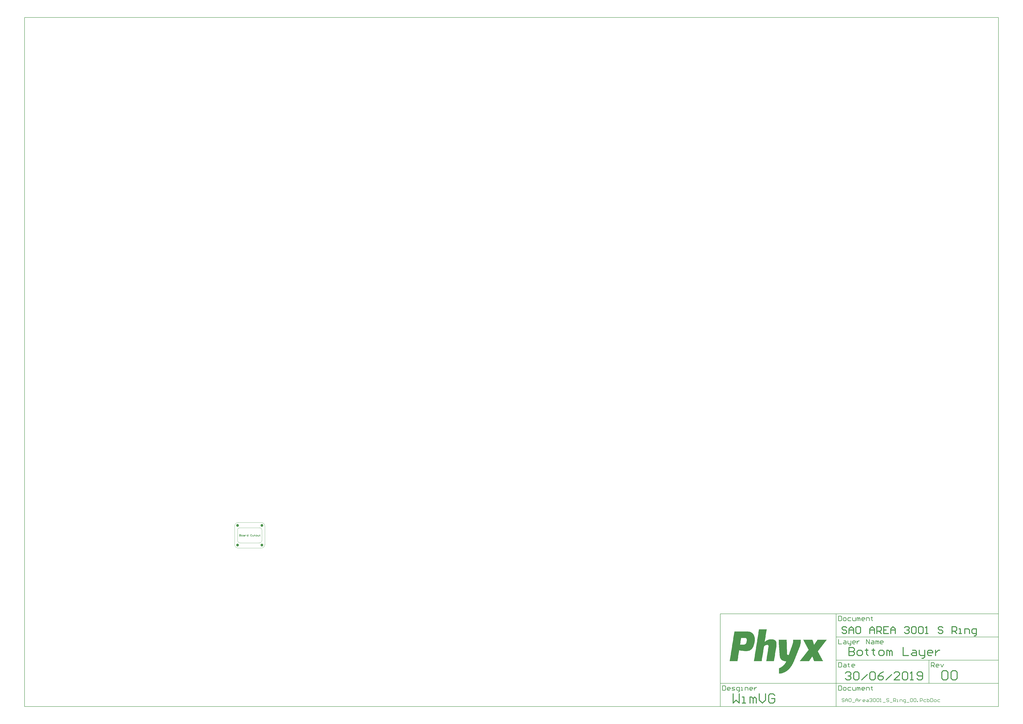
<source format=gbl>
G04*
G04 #@! TF.GenerationSoftware,Altium Limited,Altium Designer,18.1.11 (251)*
G04*
G04 Layer_Physical_Order=2*
G04 Layer_Color=3381759*
%FSLAX25Y25*%
%MOIN*%
G70*
G01*
G75*
%ADD10C,0.01575*%
%ADD11C,0.00394*%
%ADD12C,0.00591*%
%ADD13C,0.00787*%
%ADD14C,0.00984*%
%ADD16C,0.04724*%
G36*
X872201Y-141778D02*
X873919D01*
Y-142065D01*
X874778D01*
Y-142351D01*
X875637D01*
Y-142637D01*
X876496D01*
Y-142924D01*
X877069D01*
Y-143210D01*
X877355D01*
Y-143496D01*
X877928D01*
Y-143783D01*
X878214D01*
Y-144069D01*
X878786D01*
Y-144355D01*
X879073D01*
Y-144641D01*
X879359D01*
Y-144928D01*
X879646D01*
Y-145214D01*
X879932D01*
Y-145501D01*
X880218D01*
Y-145787D01*
X880504D01*
Y-146073D01*
Y-146359D01*
X880791D01*
Y-146646D01*
X881077D01*
Y-146932D01*
Y-147218D01*
X881363D01*
Y-147505D01*
X881650D01*
Y-147791D01*
Y-148077D01*
X881936D01*
Y-148364D01*
Y-148650D01*
Y-148936D01*
X882222D01*
Y-149223D01*
Y-149509D01*
Y-149795D01*
X882509D01*
Y-150082D01*
Y-150368D01*
Y-150654D01*
Y-150940D01*
X882795D01*
Y-151227D01*
Y-151513D01*
Y-151799D01*
Y-152086D01*
Y-152372D01*
X883081D01*
Y-152658D01*
Y-152945D01*
Y-153231D01*
Y-153517D01*
Y-153804D01*
Y-154090D01*
Y-154376D01*
Y-154663D01*
Y-154949D01*
Y-155235D01*
Y-155521D01*
Y-155808D01*
Y-156094D01*
Y-156380D01*
Y-156667D01*
Y-156953D01*
Y-157239D01*
Y-157526D01*
Y-157812D01*
Y-158098D01*
X882795D01*
Y-158385D01*
Y-158671D01*
Y-158957D01*
Y-159244D01*
Y-159530D01*
Y-159816D01*
Y-160102D01*
X882509D01*
Y-160389D01*
Y-160675D01*
Y-160961D01*
Y-161248D01*
Y-161534D01*
X882222D01*
Y-161820D01*
Y-162107D01*
Y-162393D01*
Y-162679D01*
Y-162966D01*
X881936D01*
Y-163252D01*
Y-163538D01*
Y-163824D01*
X881650D01*
Y-164111D01*
Y-164397D01*
Y-164683D01*
Y-164970D01*
X881363D01*
Y-165256D01*
Y-165542D01*
Y-165829D01*
X881077D01*
Y-166115D01*
Y-166401D01*
X880791D01*
Y-166688D01*
Y-166974D01*
Y-167260D01*
X880504D01*
Y-167547D01*
Y-167833D01*
X880218D01*
Y-168119D01*
Y-168405D01*
X879932D01*
Y-168692D01*
Y-168978D01*
X879646D01*
Y-169264D01*
X879359D01*
Y-169551D01*
Y-169837D01*
X879073D01*
Y-170123D01*
X878786D01*
Y-170410D01*
X878500D01*
Y-170696D01*
Y-170982D01*
X878214D01*
Y-171269D01*
X877928D01*
Y-171555D01*
X877641D01*
Y-171841D01*
X877355D01*
Y-172127D01*
X877069D01*
Y-172414D01*
X876496D01*
Y-172700D01*
X876210D01*
Y-172986D01*
X875637D01*
Y-173273D01*
X875351D01*
Y-173559D01*
X874778D01*
Y-173845D01*
X873919D01*
Y-174132D01*
X873060D01*
Y-174418D01*
X872201D01*
Y-174704D01*
X870483D01*
Y-174991D01*
X865330D01*
Y-174704D01*
X862753D01*
Y-174418D01*
X860749D01*
Y-174132D01*
X859317D01*
Y-173845D01*
X857886D01*
Y-173559D01*
X856454D01*
Y-173845D01*
Y-174132D01*
Y-174418D01*
Y-174704D01*
Y-174991D01*
Y-175277D01*
Y-175563D01*
X856168D01*
Y-175850D01*
Y-176136D01*
Y-176422D01*
Y-176709D01*
Y-176995D01*
Y-177281D01*
X855882D01*
Y-177568D01*
Y-177854D01*
Y-178140D01*
Y-178426D01*
Y-178713D01*
Y-178999D01*
X855595D01*
Y-179285D01*
Y-179572D01*
Y-179858D01*
Y-180144D01*
Y-180431D01*
Y-180717D01*
Y-181003D01*
X855309D01*
Y-181290D01*
Y-181576D01*
Y-181862D01*
Y-182149D01*
Y-182435D01*
Y-182721D01*
X855023D01*
Y-183007D01*
Y-183294D01*
Y-183580D01*
Y-183866D01*
Y-184153D01*
Y-184439D01*
X854736D01*
Y-184725D01*
Y-185012D01*
Y-185298D01*
Y-185584D01*
Y-185871D01*
Y-186157D01*
Y-186443D01*
X854450D01*
Y-186730D01*
Y-187016D01*
Y-187302D01*
Y-187588D01*
Y-187875D01*
Y-188161D01*
X854164D01*
Y-188447D01*
Y-188734D01*
Y-189020D01*
Y-189306D01*
Y-189593D01*
Y-189879D01*
X853877D01*
Y-190165D01*
Y-190452D01*
Y-190738D01*
Y-191024D01*
Y-191311D01*
Y-191597D01*
Y-191883D01*
X840421D01*
Y-191597D01*
X840707D01*
Y-191311D01*
Y-191024D01*
Y-190738D01*
Y-190452D01*
Y-190165D01*
X840993D01*
Y-189879D01*
Y-189593D01*
Y-189306D01*
Y-189020D01*
Y-188734D01*
Y-188447D01*
Y-188161D01*
X841280D01*
Y-187875D01*
Y-187588D01*
Y-187302D01*
Y-187016D01*
Y-186730D01*
Y-186443D01*
X841566D01*
Y-186157D01*
Y-185871D01*
Y-185584D01*
Y-185298D01*
Y-185012D01*
Y-184725D01*
X841852D01*
Y-184439D01*
Y-184153D01*
Y-183866D01*
Y-183580D01*
Y-183294D01*
Y-183007D01*
Y-182721D01*
X842138D01*
Y-182435D01*
Y-182149D01*
Y-181862D01*
Y-181576D01*
Y-181290D01*
Y-181003D01*
X842425D01*
Y-180717D01*
Y-180431D01*
Y-180144D01*
Y-179858D01*
Y-179572D01*
Y-179285D01*
X842711D01*
Y-178999D01*
Y-178713D01*
Y-178426D01*
Y-178140D01*
Y-177854D01*
Y-177568D01*
X842997D01*
Y-177281D01*
Y-176995D01*
Y-176709D01*
Y-176422D01*
Y-176136D01*
Y-175850D01*
Y-175563D01*
X843284D01*
Y-175277D01*
Y-174991D01*
Y-174704D01*
Y-174418D01*
Y-174132D01*
Y-173845D01*
X843570D01*
Y-173559D01*
Y-173273D01*
Y-172986D01*
Y-172700D01*
Y-172414D01*
Y-172127D01*
X843856D01*
Y-171841D01*
Y-171555D01*
Y-171269D01*
Y-170982D01*
Y-170696D01*
Y-170410D01*
X844143D01*
Y-170123D01*
Y-169837D01*
Y-169551D01*
Y-169264D01*
Y-168978D01*
Y-168692D01*
Y-168405D01*
X844429D01*
Y-168119D01*
Y-167833D01*
Y-167547D01*
Y-167260D01*
Y-166974D01*
Y-166688D01*
X844715D01*
Y-166401D01*
Y-166115D01*
Y-165829D01*
Y-165542D01*
Y-165256D01*
Y-164970D01*
X845002D01*
Y-164683D01*
Y-164397D01*
Y-164111D01*
Y-163824D01*
Y-163538D01*
Y-163252D01*
Y-162966D01*
X845288D01*
Y-162679D01*
Y-162393D01*
Y-162107D01*
Y-161820D01*
Y-161534D01*
Y-161248D01*
X845574D01*
Y-160961D01*
Y-160675D01*
Y-160389D01*
Y-160102D01*
Y-159816D01*
Y-159530D01*
X845861D01*
Y-159244D01*
Y-158957D01*
Y-158671D01*
Y-158385D01*
Y-158098D01*
Y-157812D01*
X846147D01*
Y-157526D01*
Y-157239D01*
Y-156953D01*
Y-156667D01*
Y-156380D01*
Y-156094D01*
Y-155808D01*
X846433D01*
Y-155521D01*
Y-155235D01*
Y-154949D01*
Y-154663D01*
Y-154376D01*
Y-154090D01*
X846719D01*
Y-153804D01*
Y-153517D01*
Y-153231D01*
Y-152945D01*
Y-152658D01*
Y-152372D01*
X847006D01*
Y-152086D01*
Y-151799D01*
Y-151513D01*
Y-151227D01*
Y-150940D01*
Y-150654D01*
Y-150368D01*
X847292D01*
Y-150082D01*
Y-149795D01*
Y-149509D01*
Y-149223D01*
Y-148936D01*
Y-148650D01*
X847578D01*
Y-148364D01*
Y-148077D01*
Y-147791D01*
Y-147505D01*
Y-147218D01*
Y-146932D01*
X847865D01*
Y-146646D01*
Y-146359D01*
Y-146073D01*
Y-145787D01*
Y-145501D01*
Y-145214D01*
Y-144928D01*
X848151D01*
Y-144641D01*
Y-144355D01*
Y-144069D01*
Y-143783D01*
Y-143496D01*
Y-143210D01*
X848437D01*
Y-142924D01*
Y-142637D01*
Y-142351D01*
Y-142065D01*
Y-141778D01*
Y-141492D01*
X872201D01*
Y-141778D01*
D02*
G37*
G36*
X903409Y-138343D02*
Y-138629D01*
X903123D01*
Y-138915D01*
Y-139202D01*
Y-139488D01*
Y-139774D01*
Y-140060D01*
Y-140347D01*
X902837D01*
Y-140633D01*
Y-140919D01*
Y-141206D01*
Y-141492D01*
Y-141778D01*
Y-142065D01*
X902551D01*
Y-142351D01*
Y-142637D01*
Y-142924D01*
Y-143210D01*
Y-143496D01*
Y-143783D01*
Y-144069D01*
X902264D01*
Y-144355D01*
Y-144641D01*
Y-144928D01*
Y-145214D01*
Y-145501D01*
Y-145787D01*
X901978D01*
Y-146073D01*
Y-146359D01*
Y-146646D01*
Y-146932D01*
Y-147218D01*
Y-147505D01*
X901692D01*
Y-147791D01*
Y-148077D01*
Y-148364D01*
Y-148650D01*
Y-148936D01*
Y-149223D01*
Y-149509D01*
X901405D01*
Y-149795D01*
Y-150082D01*
Y-150368D01*
Y-150654D01*
Y-150940D01*
Y-151227D01*
X901119D01*
Y-151513D01*
Y-151799D01*
Y-152086D01*
Y-152372D01*
Y-152658D01*
Y-152945D01*
X900833D01*
Y-153231D01*
Y-153517D01*
Y-153804D01*
Y-154090D01*
Y-154376D01*
Y-154663D01*
X900546D01*
Y-154949D01*
Y-155235D01*
Y-155521D01*
Y-155808D01*
Y-156094D01*
Y-156380D01*
Y-156667D01*
X900260D01*
Y-156953D01*
Y-157239D01*
Y-157526D01*
Y-157812D01*
Y-158098D01*
Y-158385D01*
X899974D01*
Y-158671D01*
Y-158957D01*
X900546D01*
Y-158671D01*
X900833D01*
Y-158385D01*
X901119D01*
Y-158098D01*
X901692D01*
Y-157812D01*
X901978D01*
Y-157526D01*
X902264D01*
Y-157239D01*
X902837D01*
Y-156953D01*
X903409D01*
Y-156667D01*
X903696D01*
Y-156380D01*
X904268D01*
Y-156094D01*
X905127D01*
Y-155808D01*
X905700D01*
Y-155521D01*
X906559D01*
Y-155235D01*
X907990D01*
Y-154949D01*
X914289D01*
Y-155235D01*
X915435D01*
Y-155521D01*
X916294D01*
Y-155808D01*
X916866D01*
Y-156094D01*
X917153D01*
Y-156380D01*
X917725D01*
Y-156667D01*
X918011D01*
Y-156953D01*
X918298D01*
Y-157239D01*
X918584D01*
Y-157526D01*
X918870D01*
Y-157812D01*
Y-158098D01*
X919157D01*
Y-158385D01*
Y-158671D01*
X919443D01*
Y-158957D01*
Y-159244D01*
Y-159530D01*
X919729D01*
Y-159816D01*
Y-160102D01*
Y-160389D01*
Y-160675D01*
X920016D01*
Y-160961D01*
Y-161248D01*
Y-161534D01*
Y-161820D01*
Y-162107D01*
Y-162393D01*
Y-162679D01*
Y-162966D01*
Y-163252D01*
Y-163538D01*
Y-163824D01*
Y-164111D01*
Y-164397D01*
Y-164683D01*
Y-164970D01*
Y-165256D01*
Y-165542D01*
Y-165829D01*
X919729D01*
Y-166115D01*
Y-166401D01*
Y-166688D01*
Y-166974D01*
Y-167260D01*
Y-167547D01*
Y-167833D01*
X919443D01*
Y-168119D01*
Y-168405D01*
Y-168692D01*
Y-168978D01*
Y-169264D01*
Y-169551D01*
Y-169837D01*
X919157D01*
Y-170123D01*
Y-170410D01*
Y-170696D01*
Y-170982D01*
Y-171269D01*
Y-171555D01*
X918870D01*
Y-171841D01*
Y-172127D01*
Y-172414D01*
Y-172700D01*
Y-172986D01*
Y-173273D01*
X918584D01*
Y-173559D01*
Y-173845D01*
Y-174132D01*
Y-174418D01*
Y-174704D01*
Y-174991D01*
X918298D01*
Y-175277D01*
Y-175563D01*
Y-175850D01*
Y-176136D01*
Y-176422D01*
Y-176709D01*
Y-176995D01*
X918011D01*
Y-177281D01*
Y-177568D01*
Y-177854D01*
Y-178140D01*
Y-178426D01*
Y-178713D01*
X917725D01*
Y-178999D01*
Y-179285D01*
Y-179572D01*
Y-179858D01*
Y-180144D01*
Y-180431D01*
X917439D01*
Y-180717D01*
Y-181003D01*
Y-181290D01*
Y-181576D01*
Y-181862D01*
Y-182149D01*
Y-182435D01*
X917153D01*
Y-182721D01*
Y-183007D01*
Y-183294D01*
Y-183580D01*
Y-183866D01*
Y-184153D01*
X916866D01*
Y-184439D01*
Y-184725D01*
Y-185012D01*
Y-185298D01*
Y-185584D01*
Y-185871D01*
X916580D01*
Y-186157D01*
Y-186443D01*
Y-186730D01*
Y-187016D01*
Y-187302D01*
Y-187588D01*
X916294D01*
Y-187875D01*
Y-188161D01*
Y-188447D01*
Y-188734D01*
Y-189020D01*
Y-189306D01*
Y-189593D01*
X916007D01*
Y-189879D01*
Y-190165D01*
Y-190452D01*
Y-190738D01*
Y-191024D01*
Y-191311D01*
X915721D01*
Y-191597D01*
Y-191883D01*
X902551D01*
Y-191597D01*
Y-191311D01*
X902837D01*
Y-191024D01*
Y-190738D01*
Y-190452D01*
Y-190165D01*
Y-189879D01*
Y-189593D01*
X903123D01*
Y-189306D01*
Y-189020D01*
Y-188734D01*
Y-188447D01*
Y-188161D01*
Y-187875D01*
Y-187588D01*
X903409D01*
Y-187302D01*
Y-187016D01*
Y-186730D01*
Y-186443D01*
Y-186157D01*
Y-185871D01*
X903696D01*
Y-185584D01*
Y-185298D01*
Y-185012D01*
Y-184725D01*
Y-184439D01*
Y-184153D01*
X903982D01*
Y-183866D01*
Y-183580D01*
Y-183294D01*
Y-183007D01*
Y-182721D01*
Y-182435D01*
Y-182149D01*
X904268D01*
Y-181862D01*
Y-181576D01*
Y-181290D01*
Y-181003D01*
Y-180717D01*
Y-180431D01*
X904555D01*
Y-180144D01*
Y-179858D01*
Y-179572D01*
Y-179285D01*
Y-178999D01*
Y-178713D01*
Y-178426D01*
X904841D01*
Y-178140D01*
Y-177854D01*
Y-177568D01*
Y-177281D01*
Y-176995D01*
Y-176709D01*
X905127D01*
Y-176422D01*
Y-176136D01*
Y-175850D01*
Y-175563D01*
Y-175277D01*
Y-174991D01*
X905414D01*
Y-174704D01*
Y-174418D01*
Y-174132D01*
Y-173845D01*
Y-173559D01*
Y-173273D01*
X905700D01*
Y-172986D01*
Y-172700D01*
Y-172414D01*
Y-172127D01*
Y-171841D01*
Y-171555D01*
Y-171269D01*
X905986D01*
Y-170982D01*
Y-170696D01*
Y-170410D01*
Y-170123D01*
Y-169837D01*
Y-169551D01*
X906273D01*
Y-169264D01*
Y-168978D01*
Y-168692D01*
Y-168405D01*
Y-168119D01*
Y-167833D01*
Y-167547D01*
X906559D01*
Y-167260D01*
Y-166974D01*
Y-166688D01*
Y-166401D01*
Y-166115D01*
Y-165829D01*
X906273D01*
Y-165542D01*
Y-165256D01*
X905986D01*
Y-164970D01*
X905700D01*
Y-164683D01*
X905127D01*
Y-164397D01*
X903409D01*
Y-164683D01*
X901978D01*
Y-164970D01*
X901119D01*
Y-165256D01*
X900546D01*
Y-165542D01*
X900260D01*
Y-165829D01*
X899687D01*
Y-166115D01*
X899401D01*
Y-166401D01*
X899115D01*
Y-166688D01*
Y-166974D01*
X898828D01*
Y-167260D01*
Y-167547D01*
Y-167833D01*
X898542D01*
Y-168119D01*
Y-168405D01*
Y-168692D01*
Y-168978D01*
Y-169264D01*
Y-169551D01*
X898256D01*
Y-169837D01*
Y-170123D01*
Y-170410D01*
Y-170696D01*
Y-170982D01*
Y-171269D01*
Y-171555D01*
X897970D01*
Y-171841D01*
Y-172127D01*
Y-172414D01*
Y-172700D01*
Y-172986D01*
Y-173273D01*
X897683D01*
Y-173559D01*
Y-173845D01*
Y-174132D01*
Y-174418D01*
Y-174704D01*
Y-174991D01*
X897397D01*
Y-175277D01*
Y-175563D01*
Y-175850D01*
Y-176136D01*
Y-176422D01*
Y-176709D01*
X897111D01*
Y-176995D01*
Y-177281D01*
Y-177568D01*
Y-177854D01*
Y-178140D01*
Y-178426D01*
Y-178713D01*
X896824D01*
Y-178999D01*
Y-179285D01*
Y-179572D01*
Y-179858D01*
Y-180144D01*
Y-180431D01*
X896538D01*
Y-180717D01*
Y-181003D01*
Y-181290D01*
Y-181576D01*
Y-181862D01*
Y-182149D01*
X896252D01*
Y-182435D01*
Y-182721D01*
Y-183007D01*
Y-183294D01*
Y-183580D01*
Y-183866D01*
Y-184153D01*
X895965D01*
Y-184439D01*
Y-184725D01*
Y-185012D01*
Y-185298D01*
Y-185584D01*
Y-185871D01*
X895679D01*
Y-186157D01*
Y-186443D01*
Y-186730D01*
Y-187016D01*
Y-187302D01*
Y-187588D01*
X895393D01*
Y-187875D01*
Y-188161D01*
Y-188447D01*
Y-188734D01*
Y-189020D01*
Y-189306D01*
X895106D01*
Y-189593D01*
Y-189879D01*
Y-190165D01*
Y-190452D01*
Y-190738D01*
Y-191024D01*
Y-191311D01*
X894820D01*
Y-191597D01*
Y-191883D01*
X881650D01*
Y-191597D01*
Y-191311D01*
X881936D01*
Y-191024D01*
Y-190738D01*
Y-190452D01*
Y-190165D01*
Y-189879D01*
Y-189593D01*
Y-189306D01*
X882222D01*
Y-189020D01*
Y-188734D01*
Y-188447D01*
Y-188161D01*
Y-187875D01*
Y-187588D01*
X882509D01*
Y-187302D01*
Y-187016D01*
Y-186730D01*
Y-186443D01*
Y-186157D01*
Y-185871D01*
X882795D01*
Y-185584D01*
Y-185298D01*
Y-185012D01*
Y-184725D01*
Y-184439D01*
Y-184153D01*
Y-183866D01*
X883081D01*
Y-183580D01*
Y-183294D01*
Y-183007D01*
Y-182721D01*
Y-182435D01*
Y-182149D01*
X883368D01*
Y-181862D01*
Y-181576D01*
Y-181290D01*
Y-181003D01*
Y-180717D01*
Y-180431D01*
X883654D01*
Y-180144D01*
Y-179858D01*
Y-179572D01*
Y-179285D01*
Y-178999D01*
Y-178713D01*
X883940D01*
Y-178426D01*
Y-178140D01*
Y-177854D01*
Y-177568D01*
Y-177281D01*
Y-176995D01*
Y-176709D01*
X884227D01*
Y-176422D01*
Y-176136D01*
Y-175850D01*
Y-175563D01*
Y-175277D01*
Y-174991D01*
X884513D01*
Y-174704D01*
Y-174418D01*
Y-174132D01*
Y-173845D01*
Y-173559D01*
Y-173273D01*
X884799D01*
Y-172986D01*
Y-172700D01*
Y-172414D01*
Y-172127D01*
Y-171841D01*
Y-171555D01*
Y-171269D01*
X885085D01*
Y-170982D01*
Y-170696D01*
Y-170410D01*
Y-170123D01*
Y-169837D01*
Y-169551D01*
X885372D01*
Y-169264D01*
Y-168978D01*
Y-168692D01*
Y-168405D01*
Y-168119D01*
Y-167833D01*
X885658D01*
Y-167547D01*
Y-167260D01*
Y-166974D01*
Y-166688D01*
Y-166401D01*
Y-166115D01*
X885944D01*
Y-165829D01*
Y-165542D01*
Y-165256D01*
Y-164970D01*
Y-164683D01*
Y-164397D01*
Y-164111D01*
X886231D01*
Y-163824D01*
Y-163538D01*
Y-163252D01*
Y-162966D01*
Y-162679D01*
Y-162393D01*
X886517D01*
Y-162107D01*
Y-161820D01*
Y-161534D01*
Y-161248D01*
Y-160961D01*
Y-160675D01*
X886803D01*
Y-160389D01*
Y-160102D01*
Y-159816D01*
Y-159530D01*
Y-159244D01*
Y-158957D01*
X887090D01*
Y-158671D01*
Y-158385D01*
Y-158098D01*
Y-157812D01*
Y-157526D01*
Y-157239D01*
Y-156953D01*
X887376D01*
Y-156667D01*
Y-156380D01*
Y-156094D01*
Y-155808D01*
Y-155521D01*
Y-155235D01*
X887662D01*
Y-154949D01*
Y-154663D01*
Y-154376D01*
Y-154090D01*
Y-153804D01*
Y-153517D01*
X887949D01*
Y-153231D01*
Y-152945D01*
Y-152658D01*
Y-152372D01*
Y-152086D01*
Y-151799D01*
Y-151513D01*
X888235D01*
Y-151227D01*
Y-150940D01*
Y-150654D01*
Y-150368D01*
Y-150082D01*
Y-149795D01*
X888521D01*
Y-149509D01*
Y-149223D01*
Y-148936D01*
Y-148650D01*
Y-148364D01*
Y-148077D01*
X888807D01*
Y-147791D01*
Y-147505D01*
Y-147218D01*
Y-146932D01*
Y-146646D01*
Y-146359D01*
X889094D01*
Y-146073D01*
Y-145787D01*
Y-145501D01*
Y-145214D01*
Y-144928D01*
Y-144641D01*
Y-144355D01*
X889380D01*
Y-144069D01*
Y-143783D01*
Y-143496D01*
Y-143210D01*
Y-142924D01*
Y-142637D01*
X889666D01*
Y-142351D01*
Y-142065D01*
Y-141778D01*
Y-141492D01*
Y-141206D01*
Y-140919D01*
X889953D01*
Y-140633D01*
Y-140347D01*
Y-140060D01*
Y-139774D01*
Y-139488D01*
Y-139202D01*
Y-138915D01*
X890239D01*
Y-138629D01*
Y-138343D01*
Y-138056D01*
X903409D01*
Y-138343D01*
D02*
G37*
G36*
X1005337Y-155808D02*
X1005050D01*
Y-156094D01*
X1004764D01*
Y-156380D01*
Y-156667D01*
X1004478D01*
Y-156953D01*
X1004192D01*
Y-157239D01*
X1003905D01*
Y-157526D01*
Y-157812D01*
X1003619D01*
Y-158098D01*
X1003333D01*
Y-158385D01*
X1003046D01*
Y-158671D01*
X1002760D01*
Y-158957D01*
Y-159244D01*
X1002474D01*
Y-159530D01*
X1002187D01*
Y-159816D01*
X1001901D01*
Y-160102D01*
Y-160389D01*
X1001615D01*
Y-160675D01*
X1001328D01*
Y-160961D01*
X1001042D01*
Y-161248D01*
X1000756D01*
Y-161534D01*
Y-161820D01*
X1000469D01*
Y-162107D01*
X1000183D01*
Y-162393D01*
X999897D01*
Y-162679D01*
Y-162966D01*
X999611D01*
Y-163252D01*
X999324D01*
Y-163538D01*
X999038D01*
Y-163824D01*
Y-164111D01*
X998752D01*
Y-164397D01*
X998465D01*
Y-164683D01*
X998179D01*
Y-164970D01*
X997893D01*
Y-165256D01*
Y-165542D01*
X997606D01*
Y-165829D01*
X997320D01*
Y-166115D01*
X997034D01*
Y-166401D01*
Y-166688D01*
X996747D01*
Y-166974D01*
X996461D01*
Y-167260D01*
X996175D01*
Y-167547D01*
Y-167833D01*
X995889D01*
Y-168119D01*
X995602D01*
Y-168405D01*
X995316D01*
Y-168692D01*
X995030D01*
Y-168978D01*
Y-169264D01*
X994743D01*
Y-169551D01*
X994457D01*
Y-169837D01*
X994171D01*
Y-170123D01*
Y-170410D01*
X993884D01*
Y-170696D01*
X993598D01*
Y-170982D01*
X993312D01*
Y-171269D01*
Y-171555D01*
X993025D01*
Y-171841D01*
X992739D01*
Y-172127D01*
X992453D01*
Y-172414D01*
X992166D01*
Y-172700D01*
Y-172986D01*
X991880D01*
Y-173273D01*
X991594D01*
Y-173559D01*
X991308D01*
Y-173845D01*
Y-174132D01*
X991021D01*
Y-174418D01*
X990735D01*
Y-174704D01*
X990449D01*
Y-174991D01*
X990162D01*
Y-175277D01*
Y-175563D01*
X990449D01*
Y-175850D01*
Y-176136D01*
X990735D01*
Y-176422D01*
Y-176709D01*
X991021D01*
Y-176995D01*
X991308D01*
Y-177281D01*
Y-177568D01*
X991594D01*
Y-177854D01*
Y-178140D01*
X991880D01*
Y-178426D01*
Y-178713D01*
X992166D01*
Y-178999D01*
Y-179285D01*
X992453D01*
Y-179572D01*
Y-179858D01*
X992739D01*
Y-180144D01*
Y-180431D01*
X993025D01*
Y-180717D01*
Y-181003D01*
X993312D01*
Y-181290D01*
Y-181576D01*
X993598D01*
Y-181862D01*
X993884D01*
Y-182149D01*
Y-182435D01*
X994171D01*
Y-182721D01*
Y-183007D01*
X994457D01*
Y-183294D01*
Y-183580D01*
X994743D01*
Y-183866D01*
Y-184153D01*
X995030D01*
Y-184439D01*
Y-184725D01*
X995316D01*
Y-185012D01*
Y-185298D01*
X995602D01*
Y-185584D01*
Y-185871D01*
X995889D01*
Y-186157D01*
X996175D01*
Y-186443D01*
Y-186730D01*
X996461D01*
Y-187016D01*
Y-187302D01*
X996747D01*
Y-187588D01*
Y-187875D01*
X997034D01*
Y-188161D01*
Y-188447D01*
X997320D01*
Y-188734D01*
Y-189020D01*
X997606D01*
Y-189306D01*
Y-189593D01*
X997893D01*
Y-189879D01*
Y-190165D01*
X998179D01*
Y-190452D01*
X998465D01*
Y-190738D01*
Y-191024D01*
X998752D01*
Y-191311D01*
Y-191597D01*
X999038D01*
Y-191883D01*
X983863D01*
Y-191597D01*
X983577D01*
Y-191311D01*
Y-191024D01*
Y-190738D01*
X983291D01*
Y-190452D01*
Y-190165D01*
Y-189879D01*
X983004D01*
Y-189593D01*
Y-189306D01*
X982718D01*
Y-189020D01*
Y-188734D01*
Y-188447D01*
X982432D01*
Y-188161D01*
Y-187875D01*
Y-187588D01*
X982146D01*
Y-187302D01*
Y-187016D01*
X981859D01*
Y-186730D01*
Y-186443D01*
Y-186157D01*
X981573D01*
Y-185871D01*
Y-185584D01*
Y-185298D01*
X981287D01*
Y-185012D01*
Y-184725D01*
Y-184439D01*
X981000D01*
Y-184153D01*
X980428D01*
Y-184439D01*
Y-184725D01*
X980141D01*
Y-185012D01*
X979855D01*
Y-185298D01*
Y-185584D01*
X979569D01*
Y-185871D01*
X979282D01*
Y-186157D01*
Y-186443D01*
X978996D01*
Y-186730D01*
X978710D01*
Y-187016D01*
Y-187302D01*
X978423D01*
Y-187588D01*
X978137D01*
Y-187875D01*
X977851D01*
Y-188161D01*
Y-188447D01*
X977565D01*
Y-188734D01*
X977278D01*
Y-189020D01*
Y-189306D01*
X976992D01*
Y-189593D01*
X976705D01*
Y-189879D01*
Y-190165D01*
X976419D01*
Y-190452D01*
X976133D01*
Y-190738D01*
Y-191024D01*
X975847D01*
Y-191311D01*
X975560D01*
Y-191597D01*
Y-191883D01*
X959527D01*
Y-191597D01*
X959813D01*
Y-191311D01*
X960099D01*
Y-191024D01*
X960386D01*
Y-190738D01*
X960672D01*
Y-190452D01*
Y-190165D01*
X960958D01*
Y-189879D01*
X961245D01*
Y-189593D01*
X961531D01*
Y-189306D01*
X961817D01*
Y-189020D01*
Y-188734D01*
X962104D01*
Y-188447D01*
X962390D01*
Y-188161D01*
X962676D01*
Y-187875D01*
Y-187588D01*
X962963D01*
Y-187302D01*
X963249D01*
Y-187016D01*
X963535D01*
Y-186730D01*
X963822D01*
Y-186443D01*
Y-186157D01*
X964108D01*
Y-185871D01*
X964394D01*
Y-185584D01*
X964680D01*
Y-185298D01*
X964967D01*
Y-185012D01*
Y-184725D01*
X965253D01*
Y-184439D01*
X965539D01*
Y-184153D01*
X965826D01*
Y-183866D01*
Y-183580D01*
X966112D01*
Y-183294D01*
X966398D01*
Y-183007D01*
X966685D01*
Y-182721D01*
X966971D01*
Y-182435D01*
Y-182149D01*
X967257D01*
Y-181862D01*
X967544D01*
Y-181576D01*
X967830D01*
Y-181290D01*
Y-181003D01*
X968116D01*
Y-180717D01*
X968402D01*
Y-180431D01*
X968689D01*
Y-180144D01*
X968975D01*
Y-179858D01*
Y-179572D01*
X969261D01*
Y-179285D01*
X969548D01*
Y-178999D01*
X969834D01*
Y-178713D01*
Y-178426D01*
X970120D01*
Y-178140D01*
X970407D01*
Y-177854D01*
X970693D01*
Y-177568D01*
X970979D01*
Y-177281D01*
Y-176995D01*
X971266D01*
Y-176709D01*
X971552D01*
Y-176422D01*
X971838D01*
Y-176136D01*
X972124D01*
Y-175850D01*
Y-175563D01*
X972411D01*
Y-175277D01*
X972697D01*
Y-174991D01*
X972983D01*
Y-174704D01*
Y-174418D01*
X973270D01*
Y-174132D01*
X973556D01*
Y-173845D01*
X973842D01*
Y-173559D01*
X974129D01*
Y-173273D01*
Y-172986D01*
X974415D01*
Y-172700D01*
Y-172414D01*
Y-172127D01*
X974129D01*
Y-171841D01*
X973842D01*
Y-171555D01*
Y-171269D01*
X973556D01*
Y-170982D01*
Y-170696D01*
X973270D01*
Y-170410D01*
Y-170123D01*
X972983D01*
Y-169837D01*
Y-169551D01*
X972697D01*
Y-169264D01*
Y-168978D01*
X972411D01*
Y-168692D01*
Y-168405D01*
X972124D01*
Y-168119D01*
X971838D01*
Y-167833D01*
Y-167547D01*
X971552D01*
Y-167260D01*
Y-166974D01*
X971266D01*
Y-166688D01*
Y-166401D01*
X970979D01*
Y-166115D01*
Y-165829D01*
X970693D01*
Y-165542D01*
Y-165256D01*
X970407D01*
Y-164970D01*
Y-164683D01*
X970120D01*
Y-164397D01*
X969834D01*
Y-164111D01*
Y-163824D01*
X969548D01*
Y-163538D01*
Y-163252D01*
X969261D01*
Y-162966D01*
Y-162679D01*
X968975D01*
Y-162393D01*
Y-162107D01*
X968689D01*
Y-161820D01*
Y-161534D01*
X968402D01*
Y-161248D01*
Y-160961D01*
X968116D01*
Y-160675D01*
Y-160389D01*
X967830D01*
Y-160102D01*
X967544D01*
Y-159816D01*
Y-159530D01*
X967257D01*
Y-159244D01*
Y-158957D01*
X966971D01*
Y-158671D01*
Y-158385D01*
X966685D01*
Y-158098D01*
Y-157812D01*
X966398D01*
Y-157526D01*
Y-157239D01*
X966112D01*
Y-156953D01*
Y-156667D01*
X965826D01*
Y-156380D01*
X965539D01*
Y-156094D01*
Y-155808D01*
X965253D01*
Y-155521D01*
X981000D01*
Y-155808D01*
X981287D01*
Y-156094D01*
Y-156380D01*
Y-156667D01*
X981573D01*
Y-156953D01*
Y-157239D01*
Y-157526D01*
X981859D01*
Y-157812D01*
Y-158098D01*
Y-158385D01*
X982146D01*
Y-158671D01*
Y-158957D01*
Y-159244D01*
X982432D01*
Y-159530D01*
Y-159816D01*
Y-160102D01*
X982718D01*
Y-160389D01*
Y-160675D01*
Y-160961D01*
X983004D01*
Y-161248D01*
Y-161534D01*
Y-161820D01*
X983291D01*
Y-162107D01*
Y-162393D01*
Y-162679D01*
X983577D01*
Y-162966D01*
Y-163252D01*
Y-163538D01*
Y-163824D01*
X984150D01*
Y-163538D01*
X984436D01*
Y-163252D01*
X984722D01*
Y-162966D01*
Y-162679D01*
X985009D01*
Y-162393D01*
X985295D01*
Y-162107D01*
Y-161820D01*
X985581D01*
Y-161534D01*
X985868D01*
Y-161248D01*
Y-160961D01*
X986154D01*
Y-160675D01*
X986440D01*
Y-160389D01*
Y-160102D01*
X986726D01*
Y-159816D01*
X987013D01*
Y-159530D01*
Y-159244D01*
X987299D01*
Y-158957D01*
X987585D01*
Y-158671D01*
Y-158385D01*
X987872D01*
Y-158098D01*
X988158D01*
Y-157812D01*
Y-157526D01*
X988444D01*
Y-157239D01*
X988731D01*
Y-156953D01*
Y-156667D01*
X989017D01*
Y-156380D01*
X989303D01*
Y-156094D01*
Y-155808D01*
X989590D01*
Y-155521D01*
X1005337D01*
Y-155808D01*
D02*
G37*
G36*
X961245D02*
Y-156094D01*
Y-156380D01*
Y-156667D01*
Y-156953D01*
Y-157239D01*
Y-157526D01*
Y-157812D01*
Y-158098D01*
Y-158385D01*
Y-158671D01*
Y-158957D01*
Y-159244D01*
Y-159530D01*
Y-159816D01*
Y-160102D01*
Y-160389D01*
Y-160675D01*
Y-160961D01*
Y-161248D01*
Y-161534D01*
X960958D01*
Y-161820D01*
Y-162107D01*
Y-162393D01*
Y-162679D01*
Y-162966D01*
X960672D01*
Y-163252D01*
Y-163538D01*
Y-163824D01*
Y-164111D01*
X960386D01*
Y-164397D01*
Y-164683D01*
Y-164970D01*
Y-165256D01*
X960099D01*
Y-165542D01*
Y-165829D01*
Y-166115D01*
X959813D01*
Y-166401D01*
Y-166688D01*
Y-166974D01*
X959527D01*
Y-167260D01*
Y-167547D01*
Y-167833D01*
X959241D01*
Y-168119D01*
Y-168405D01*
Y-168692D01*
X958954D01*
Y-168978D01*
Y-169264D01*
X958668D01*
Y-169551D01*
Y-169837D01*
X958381D01*
Y-170123D01*
Y-170410D01*
Y-170696D01*
X958095D01*
Y-170982D01*
Y-171269D01*
X957809D01*
Y-171555D01*
Y-171841D01*
Y-172127D01*
X957523D01*
Y-172414D01*
Y-172700D01*
X957236D01*
Y-172986D01*
Y-173273D01*
Y-173559D01*
X956950D01*
Y-173845D01*
Y-174132D01*
X956664D01*
Y-174418D01*
Y-174704D01*
Y-174991D01*
X956377D01*
Y-175277D01*
Y-175563D01*
X956091D01*
Y-175850D01*
Y-176136D01*
Y-176422D01*
X955805D01*
Y-176709D01*
Y-176995D01*
X955518D01*
Y-177281D01*
Y-177568D01*
Y-177854D01*
X955232D01*
Y-178140D01*
Y-178426D01*
X954946D01*
Y-178713D01*
Y-178999D01*
Y-179285D01*
X954659D01*
Y-179572D01*
Y-179858D01*
X954373D01*
Y-180144D01*
Y-180431D01*
Y-180717D01*
X954087D01*
Y-181003D01*
Y-181290D01*
X953800D01*
Y-181576D01*
Y-181862D01*
Y-182149D01*
X953514D01*
Y-182435D01*
Y-182721D01*
X953228D01*
Y-183007D01*
Y-183294D01*
Y-183580D01*
X952942D01*
Y-183866D01*
Y-184153D01*
X952655D01*
Y-184439D01*
Y-184725D01*
Y-185012D01*
X952369D01*
Y-185298D01*
Y-185584D01*
X952083D01*
Y-185871D01*
Y-186157D01*
Y-186443D01*
X951796D01*
Y-186730D01*
Y-187016D01*
X951510D01*
Y-187302D01*
Y-187588D01*
Y-187875D01*
X951224D01*
Y-188161D01*
Y-188447D01*
X950937D01*
Y-188734D01*
Y-189020D01*
Y-189306D01*
X950651D01*
Y-189593D01*
Y-189879D01*
X950365D01*
Y-190165D01*
Y-190452D01*
Y-190738D01*
X950078D01*
Y-191024D01*
Y-191311D01*
X949792D01*
Y-191597D01*
Y-191883D01*
Y-192169D01*
X949506D01*
Y-192456D01*
Y-192742D01*
X949220D01*
Y-193028D01*
Y-193315D01*
X948933D01*
Y-193601D01*
Y-193887D01*
X948647D01*
Y-194174D01*
Y-194460D01*
Y-194746D01*
X948361D01*
Y-195033D01*
X948074D01*
Y-195319D01*
Y-195605D01*
Y-195891D01*
X947788D01*
Y-196178D01*
X947502D01*
Y-196464D01*
Y-196750D01*
X947215D01*
Y-197037D01*
Y-197323D01*
X946929D01*
Y-197609D01*
Y-197896D01*
X946643D01*
Y-198182D01*
Y-198468D01*
X946356D01*
Y-198755D01*
X946070D01*
Y-199041D01*
Y-199327D01*
X945784D01*
Y-199614D01*
Y-199900D01*
X945497D01*
Y-200186D01*
X945211D01*
Y-200472D01*
X944925D01*
Y-200759D01*
Y-201045D01*
X944639D01*
Y-201331D01*
X944352D01*
Y-201618D01*
Y-201904D01*
X944066D01*
Y-202190D01*
X943780D01*
Y-202477D01*
X943493D01*
Y-202763D01*
Y-203049D01*
X943207D01*
Y-203336D01*
X942921D01*
Y-203622D01*
X942634D01*
Y-203908D01*
X942348D01*
Y-204195D01*
X942062D01*
Y-204481D01*
Y-204767D01*
X941775D01*
Y-205053D01*
X941489D01*
Y-205340D01*
X941203D01*
Y-205626D01*
X940916D01*
Y-205912D01*
X940630D01*
Y-206199D01*
X940344D01*
Y-206485D01*
X940057D01*
Y-206771D01*
X939485D01*
Y-207058D01*
X939199D01*
Y-207344D01*
X938912D01*
Y-207630D01*
X938626D01*
Y-207917D01*
X938340D01*
Y-208203D01*
X937767D01*
Y-208489D01*
X937481D01*
Y-208776D01*
X936908D01*
Y-209062D01*
X936622D01*
Y-209348D01*
X936049D01*
Y-209634D01*
X935763D01*
Y-209921D01*
X935190D01*
Y-210207D01*
X934618D01*
Y-210493D01*
X934045D01*
Y-210780D01*
X933472D01*
Y-211066D01*
X932900D01*
Y-211352D01*
X932041D01*
Y-211639D01*
X931468D01*
Y-211925D01*
X930609D01*
Y-212211D01*
X929464D01*
Y-212498D01*
X928319D01*
Y-212784D01*
X926601D01*
Y-213070D01*
X924597D01*
Y-213357D01*
X924310D01*
Y-213070D01*
Y-212784D01*
Y-212498D01*
Y-212211D01*
Y-211925D01*
Y-211639D01*
Y-211352D01*
Y-211066D01*
Y-210780D01*
Y-210493D01*
Y-210207D01*
Y-209921D01*
Y-209634D01*
Y-209348D01*
Y-209062D01*
Y-208776D01*
Y-208489D01*
Y-208203D01*
Y-207917D01*
Y-207630D01*
Y-207344D01*
Y-207058D01*
Y-206771D01*
Y-206485D01*
Y-206199D01*
Y-205912D01*
Y-205626D01*
Y-205340D01*
Y-205053D01*
Y-204767D01*
Y-204481D01*
Y-204195D01*
Y-203908D01*
X924883D01*
Y-203622D01*
X925455D01*
Y-203336D01*
X926028D01*
Y-203049D01*
X926601D01*
Y-202763D01*
X927173D01*
Y-202477D01*
X927746D01*
Y-202190D01*
X928032D01*
Y-201904D01*
X928605D01*
Y-201618D01*
X928891D01*
Y-201331D01*
X929464D01*
Y-201045D01*
X929750D01*
Y-200759D01*
X930037D01*
Y-200472D01*
X930609D01*
Y-200186D01*
X930896D01*
Y-199900D01*
X931182D01*
Y-199614D01*
X931468D01*
Y-199327D01*
X931754D01*
Y-199041D01*
X932041D01*
Y-198755D01*
X932327D01*
Y-198468D01*
X932613D01*
Y-198182D01*
X932900D01*
Y-197896D01*
X933186D01*
Y-197609D01*
X933472D01*
Y-197323D01*
X933759D01*
Y-197037D01*
Y-196750D01*
X934045D01*
Y-196464D01*
X934331D01*
Y-196178D01*
X934618D01*
Y-195891D01*
Y-195605D01*
X934904D01*
Y-195319D01*
X935190D01*
Y-195033D01*
Y-194746D01*
X935476D01*
Y-194460D01*
Y-194174D01*
X935763D01*
Y-193887D01*
X936049D01*
Y-193601D01*
Y-193315D01*
X936335D01*
Y-193028D01*
Y-192742D01*
X936622D01*
Y-192456D01*
Y-192169D01*
X934904D01*
Y-191883D01*
X932900D01*
Y-191597D01*
X931754D01*
Y-191311D01*
X931182D01*
Y-191024D01*
X930323D01*
Y-190738D01*
X929750D01*
Y-190452D01*
X929464D01*
Y-190165D01*
X928891D01*
Y-189879D01*
X928605D01*
Y-189593D01*
X928319D01*
Y-189306D01*
X928032D01*
Y-189020D01*
X927746D01*
Y-188734D01*
X927460D01*
Y-188447D01*
Y-188161D01*
X927173D01*
Y-187875D01*
X926887D01*
Y-187588D01*
Y-187302D01*
X926601D01*
Y-187016D01*
Y-186730D01*
X926315D01*
Y-186443D01*
Y-186157D01*
X926028D01*
Y-185871D01*
Y-185584D01*
Y-185298D01*
X925742D01*
Y-185012D01*
Y-184725D01*
Y-184439D01*
Y-184153D01*
X925455D01*
Y-183866D01*
Y-183580D01*
Y-183294D01*
Y-183007D01*
Y-182721D01*
Y-182435D01*
Y-182149D01*
X925169D01*
Y-181862D01*
Y-181576D01*
Y-181290D01*
Y-181003D01*
Y-180717D01*
Y-180431D01*
Y-180144D01*
Y-179858D01*
Y-179572D01*
Y-179285D01*
Y-178999D01*
Y-178713D01*
Y-178426D01*
Y-178140D01*
Y-177854D01*
X924883D01*
Y-177568D01*
Y-177281D01*
Y-176995D01*
Y-176709D01*
Y-176422D01*
Y-176136D01*
Y-175850D01*
Y-175563D01*
Y-175277D01*
Y-174991D01*
Y-174704D01*
Y-174418D01*
Y-174132D01*
Y-173845D01*
Y-173559D01*
X924597D01*
Y-173273D01*
Y-172986D01*
Y-172700D01*
Y-172414D01*
Y-172127D01*
Y-171841D01*
Y-171555D01*
Y-171269D01*
Y-170982D01*
Y-170696D01*
Y-170410D01*
Y-170123D01*
Y-169837D01*
Y-169551D01*
Y-169264D01*
Y-168978D01*
X924310D01*
Y-168692D01*
Y-168405D01*
Y-168119D01*
Y-167833D01*
Y-167547D01*
Y-167260D01*
Y-166974D01*
Y-166688D01*
Y-166401D01*
Y-166115D01*
Y-165829D01*
Y-165542D01*
Y-165256D01*
Y-164970D01*
Y-164683D01*
Y-164397D01*
X924024D01*
Y-164111D01*
Y-163824D01*
Y-163538D01*
Y-163252D01*
Y-162966D01*
Y-162679D01*
Y-162393D01*
Y-162107D01*
Y-161820D01*
Y-161534D01*
Y-161248D01*
Y-160961D01*
Y-160675D01*
Y-160389D01*
X923738D01*
Y-160102D01*
Y-159816D01*
Y-159530D01*
Y-159244D01*
Y-158957D01*
Y-158671D01*
Y-158385D01*
Y-158098D01*
Y-157812D01*
Y-157526D01*
Y-157239D01*
Y-156953D01*
Y-156667D01*
Y-156380D01*
Y-156094D01*
Y-155808D01*
X923451D01*
Y-155521D01*
X937194D01*
Y-155808D01*
Y-156094D01*
Y-156380D01*
Y-156667D01*
Y-156953D01*
Y-157239D01*
Y-157526D01*
Y-157812D01*
Y-158098D01*
Y-158385D01*
Y-158671D01*
Y-158957D01*
Y-159244D01*
Y-159530D01*
X937481D01*
Y-159816D01*
Y-160102D01*
Y-160389D01*
Y-160675D01*
Y-160961D01*
Y-161248D01*
Y-161534D01*
Y-161820D01*
Y-162107D01*
Y-162393D01*
Y-162679D01*
Y-162966D01*
Y-163252D01*
Y-163538D01*
Y-163824D01*
Y-164111D01*
Y-164397D01*
Y-164683D01*
Y-164970D01*
Y-165256D01*
Y-165542D01*
Y-165829D01*
Y-166115D01*
Y-166401D01*
Y-166688D01*
Y-166974D01*
Y-167260D01*
Y-167547D01*
Y-167833D01*
Y-168119D01*
Y-168405D01*
Y-168692D01*
Y-168978D01*
Y-169264D01*
Y-169551D01*
Y-169837D01*
Y-170123D01*
Y-170410D01*
Y-170696D01*
Y-170982D01*
Y-171269D01*
X937767D01*
Y-171555D01*
X937481D01*
Y-171841D01*
Y-172127D01*
X937767D01*
Y-172414D01*
Y-172700D01*
Y-172986D01*
Y-173273D01*
Y-173559D01*
Y-173845D01*
Y-174132D01*
Y-174418D01*
Y-174704D01*
Y-174991D01*
Y-175277D01*
Y-175563D01*
Y-175850D01*
Y-176136D01*
Y-176422D01*
Y-176709D01*
Y-176995D01*
Y-177281D01*
Y-177568D01*
Y-177854D01*
Y-178140D01*
Y-178426D01*
Y-178713D01*
Y-178999D01*
Y-179285D01*
Y-179572D01*
X938053D01*
Y-179858D01*
Y-180144D01*
Y-180431D01*
X938340D01*
Y-180717D01*
X938626D01*
Y-181003D01*
X938912D01*
Y-181290D01*
X939771D01*
Y-181576D01*
X940630D01*
Y-181290D01*
X940916D01*
Y-181003D01*
Y-180717D01*
Y-180431D01*
X941203D01*
Y-180144D01*
Y-179858D01*
X941489D01*
Y-179572D01*
Y-179285D01*
Y-178999D01*
X941775D01*
Y-178713D01*
Y-178426D01*
Y-178140D01*
X942062D01*
Y-177854D01*
Y-177568D01*
Y-177281D01*
X942348D01*
Y-176995D01*
Y-176709D01*
Y-176422D01*
X942634D01*
Y-176136D01*
Y-175850D01*
X942921D01*
Y-175563D01*
Y-175277D01*
Y-174991D01*
X943207D01*
Y-174704D01*
Y-174418D01*
Y-174132D01*
X943493D01*
Y-173845D01*
Y-173559D01*
Y-173273D01*
X943780D01*
Y-172986D01*
Y-172700D01*
X944066D01*
Y-172414D01*
Y-172127D01*
Y-171841D01*
X944352D01*
Y-171555D01*
Y-171269D01*
Y-170982D01*
X944639D01*
Y-170696D01*
Y-170410D01*
Y-170123D01*
X944925D01*
Y-169837D01*
Y-169551D01*
X945211D01*
Y-169264D01*
Y-168978D01*
Y-168692D01*
X945497D01*
Y-168405D01*
Y-168119D01*
Y-167833D01*
X945784D01*
Y-167547D01*
Y-167260D01*
Y-166974D01*
X946070D01*
Y-166688D01*
Y-166401D01*
X946356D01*
Y-166115D01*
Y-165829D01*
Y-165542D01*
X946643D01*
Y-165256D01*
Y-164970D01*
Y-164683D01*
X946929D01*
Y-164397D01*
Y-164111D01*
Y-163824D01*
X947215D01*
Y-163538D01*
Y-163252D01*
Y-162966D01*
Y-162679D01*
X947502D01*
Y-162393D01*
Y-162107D01*
Y-161820D01*
Y-161534D01*
X947788D01*
Y-161248D01*
Y-160961D01*
Y-160675D01*
Y-160389D01*
Y-160102D01*
X948074D01*
Y-159816D01*
Y-159530D01*
Y-159244D01*
Y-158957D01*
Y-158671D01*
Y-158385D01*
X948361D01*
Y-158098D01*
Y-157812D01*
Y-157526D01*
Y-157239D01*
Y-156953D01*
Y-156667D01*
Y-156380D01*
Y-156094D01*
Y-155808D01*
Y-155521D01*
X961245D01*
Y-155808D01*
D02*
G37*
%LPC*%
G36*
X867907Y-152658D02*
X859890D01*
Y-152945D01*
Y-153231D01*
Y-153517D01*
Y-153804D01*
Y-154090D01*
X859604D01*
Y-154376D01*
Y-154663D01*
Y-154949D01*
Y-155235D01*
Y-155521D01*
Y-155808D01*
X859317D01*
Y-156094D01*
Y-156380D01*
Y-156667D01*
Y-156953D01*
Y-157239D01*
Y-157526D01*
X859031D01*
Y-157812D01*
Y-158098D01*
Y-158385D01*
Y-158671D01*
Y-158957D01*
Y-159244D01*
X858745D01*
Y-159530D01*
Y-159816D01*
Y-160102D01*
Y-160389D01*
Y-160675D01*
Y-160961D01*
Y-161248D01*
X858458D01*
Y-161534D01*
Y-161820D01*
Y-162107D01*
Y-162393D01*
Y-162679D01*
Y-162966D01*
X858172D01*
Y-163252D01*
Y-163538D01*
Y-163824D01*
X865330D01*
Y-163538D01*
X866475D01*
Y-163252D01*
X867048D01*
Y-162966D01*
X867334D01*
Y-162679D01*
X867620D01*
Y-162393D01*
X867907D01*
Y-162107D01*
X868193D01*
Y-161820D01*
Y-161534D01*
X868479D01*
Y-161248D01*
Y-160961D01*
X868766D01*
Y-160675D01*
Y-160389D01*
X869052D01*
Y-160102D01*
Y-159816D01*
Y-159530D01*
Y-159244D01*
X869338D01*
Y-158957D01*
Y-158671D01*
Y-158385D01*
Y-158098D01*
Y-157812D01*
X869625D01*
Y-157526D01*
Y-157239D01*
Y-156953D01*
Y-156667D01*
Y-156380D01*
Y-156094D01*
Y-155808D01*
Y-155521D01*
Y-155235D01*
Y-154949D01*
Y-154663D01*
X869338D01*
Y-154376D01*
Y-154090D01*
X869052D01*
Y-153804D01*
Y-153517D01*
X868766D01*
Y-153231D01*
X868479D01*
Y-152945D01*
X867907D01*
Y-152658D01*
D02*
G37*
%LPD*%
D10*
X1042921Y-168552D02*
Y-182327D01*
X1049809D01*
X1052104Y-180031D01*
Y-177735D01*
X1049809Y-175439D01*
X1042921D01*
X1049809D01*
X1052104Y-173144D01*
Y-170848D01*
X1049809Y-168552D01*
X1042921D01*
X1058992Y-182327D02*
X1063584D01*
X1065879Y-180031D01*
Y-175439D01*
X1063584Y-173144D01*
X1058992D01*
X1056696Y-175439D01*
Y-180031D01*
X1058992Y-182327D01*
X1072767Y-170848D02*
Y-173144D01*
X1070471D01*
X1075063D01*
X1072767D01*
Y-180031D01*
X1075063Y-182327D01*
X1084246Y-170848D02*
Y-173144D01*
X1081950D01*
X1086542D01*
X1084246D01*
Y-180031D01*
X1086542Y-182327D01*
X1095725D02*
X1100317D01*
X1102613Y-180031D01*
Y-175439D01*
X1100317Y-173144D01*
X1095725D01*
X1093430Y-175439D01*
Y-180031D01*
X1095725Y-182327D01*
X1107205D02*
Y-173144D01*
X1109501D01*
X1111796Y-175439D01*
Y-182327D01*
Y-175439D01*
X1114092Y-173144D01*
X1116388Y-175439D01*
Y-182327D01*
X1134755Y-168552D02*
Y-182327D01*
X1143938D01*
X1150826Y-173144D02*
X1155417D01*
X1157713Y-175439D01*
Y-182327D01*
X1150826D01*
X1148530Y-180031D01*
X1150826Y-177735D01*
X1157713D01*
X1162305Y-173144D02*
Y-180031D01*
X1164601Y-182327D01*
X1171488D01*
Y-184623D01*
X1169193Y-186919D01*
X1166897D01*
X1171488Y-182327D02*
Y-173144D01*
X1182968Y-182327D02*
X1178376D01*
X1176080Y-180031D01*
Y-175439D01*
X1178376Y-173144D01*
X1182968D01*
X1185263Y-175439D01*
Y-177735D01*
X1176080D01*
X1189855Y-173144D02*
Y-182327D01*
Y-177735D01*
X1192151Y-175439D01*
X1194447Y-173144D01*
X1196743D01*
X846071Y-247293D02*
Y-263036D01*
X851318Y-257788D01*
X856566Y-263036D01*
Y-247293D01*
X861814Y-263036D02*
X867061D01*
X864437D01*
Y-252540D01*
X861814D01*
X874933Y-263036D02*
Y-252540D01*
X877556D01*
X880180Y-255164D01*
Y-263036D01*
Y-255164D01*
X882804Y-252540D01*
X885428Y-255164D01*
Y-263036D01*
X890676Y-247293D02*
Y-257788D01*
X895923Y-263036D01*
X901171Y-257788D01*
Y-247293D01*
X916914Y-249917D02*
X914290Y-247293D01*
X909042D01*
X906419Y-249917D01*
Y-260412D01*
X909042Y-263036D01*
X914290D01*
X916914Y-260412D01*
Y-255164D01*
X911666D01*
X1200401Y-210546D02*
X1203025Y-207923D01*
X1208273D01*
X1210897Y-210546D01*
Y-221042D01*
X1208273Y-223665D01*
X1203025D01*
X1200401Y-221042D01*
Y-210546D01*
X1216144D02*
X1218768Y-207923D01*
X1224016D01*
X1226639Y-210546D01*
Y-221042D01*
X1224016Y-223665D01*
X1218768D01*
X1216144Y-221042D01*
Y-210546D01*
X1037015Y-212186D02*
X1039311Y-209890D01*
X1043903D01*
X1046199Y-212186D01*
Y-214482D01*
X1043903Y-216778D01*
X1041607D01*
X1043903D01*
X1046199Y-219074D01*
Y-221370D01*
X1043903Y-223665D01*
X1039311D01*
X1037015Y-221370D01*
X1050791Y-212186D02*
X1053086Y-209890D01*
X1057678D01*
X1059974Y-212186D01*
Y-221370D01*
X1057678Y-223665D01*
X1053086D01*
X1050791Y-221370D01*
Y-212186D01*
X1064566Y-223665D02*
X1073749Y-214482D01*
X1078341Y-212186D02*
X1080637Y-209890D01*
X1085228D01*
X1087524Y-212186D01*
Y-221370D01*
X1085228Y-223665D01*
X1080637D01*
X1078341Y-221370D01*
Y-212186D01*
X1101299Y-209890D02*
X1096707Y-212186D01*
X1092116Y-216778D01*
Y-221370D01*
X1094412Y-223665D01*
X1099003D01*
X1101299Y-221370D01*
Y-219074D01*
X1099003Y-216778D01*
X1092116D01*
X1105891Y-223665D02*
X1115074Y-214482D01*
X1128849Y-223665D02*
X1119666D01*
X1128849Y-214482D01*
Y-212186D01*
X1126553Y-209890D01*
X1121962D01*
X1119666Y-212186D01*
X1133441D02*
X1135737Y-209890D01*
X1140329D01*
X1142624Y-212186D01*
Y-221370D01*
X1140329Y-223665D01*
X1135737D01*
X1133441Y-221370D01*
Y-212186D01*
X1147216Y-223665D02*
X1151808D01*
X1149512D01*
Y-209890D01*
X1147216Y-212186D01*
X1158695Y-221370D02*
X1160991Y-223665D01*
X1165583D01*
X1167879Y-221370D01*
Y-212186D01*
X1165583Y-209890D01*
X1160991D01*
X1158695Y-212186D01*
Y-214482D01*
X1160991Y-216778D01*
X1167879D01*
X1038981Y-135086D02*
X1037014Y-133118D01*
X1033078D01*
X1031110Y-135086D01*
Y-137054D01*
X1033078Y-139022D01*
X1037014D01*
X1038981Y-140990D01*
Y-142957D01*
X1037014Y-144925D01*
X1033078D01*
X1031110Y-142957D01*
X1042917Y-144925D02*
Y-137054D01*
X1046853Y-133118D01*
X1050789Y-137054D01*
Y-144925D01*
Y-139022D01*
X1042917D01*
X1060628Y-133118D02*
X1056692D01*
X1054724Y-135086D01*
Y-142957D01*
X1056692Y-144925D01*
X1060628D01*
X1062596Y-142957D01*
Y-135086D01*
X1060628Y-133118D01*
X1078339Y-144925D02*
Y-137054D01*
X1082275Y-133118D01*
X1086210Y-137054D01*
Y-144925D01*
Y-139022D01*
X1078339D01*
X1090146Y-144925D02*
Y-133118D01*
X1096049D01*
X1098017Y-135086D01*
Y-139022D01*
X1096049Y-140990D01*
X1090146D01*
X1094082D02*
X1098017Y-144925D01*
X1109825Y-133118D02*
X1101953D01*
Y-144925D01*
X1109825D01*
X1101953Y-139022D02*
X1105889D01*
X1113760Y-144925D02*
Y-137054D01*
X1117696Y-133118D01*
X1121632Y-137054D01*
Y-144925D01*
Y-139022D01*
X1113760D01*
X1137375Y-135086D02*
X1139343Y-133118D01*
X1143278D01*
X1145246Y-135086D01*
Y-137054D01*
X1143278Y-139022D01*
X1141310D01*
X1143278D01*
X1145246Y-140990D01*
Y-142957D01*
X1143278Y-144925D01*
X1139343D01*
X1137375Y-142957D01*
X1149182Y-135086D02*
X1151150Y-133118D01*
X1155085D01*
X1157053Y-135086D01*
Y-142957D01*
X1155085Y-144925D01*
X1151150D01*
X1149182Y-142957D01*
Y-135086D01*
X1160989D02*
X1162957Y-133118D01*
X1166893D01*
X1168861Y-135086D01*
Y-142957D01*
X1166893Y-144925D01*
X1162957D01*
X1160989Y-142957D01*
Y-135086D01*
X1172796Y-144925D02*
X1176732D01*
X1174764D01*
Y-133118D01*
X1172796Y-135086D01*
X1202314D02*
X1200346Y-133118D01*
X1196411D01*
X1194443Y-135086D01*
Y-137054D01*
X1196411Y-139022D01*
X1200346D01*
X1202314Y-140990D01*
Y-142957D01*
X1200346Y-144925D01*
X1196411D01*
X1194443Y-142957D01*
X1218057Y-144925D02*
Y-133118D01*
X1223961D01*
X1225929Y-135086D01*
Y-139022D01*
X1223961Y-140990D01*
X1218057D01*
X1221993D02*
X1225929Y-144925D01*
X1229865D02*
X1233800D01*
X1231832D01*
Y-137054D01*
X1229865D01*
X1239704Y-144925D02*
Y-137054D01*
X1245607D01*
X1247575Y-139022D01*
Y-144925D01*
X1255447Y-148861D02*
X1257415D01*
X1259383Y-146893D01*
Y-137054D01*
X1253479D01*
X1251511Y-139022D01*
Y-142957D01*
X1253479Y-144925D01*
X1259383D01*
D11*
X46260Y30512D02*
G03*
X42323Y34449I-3937J0D01*
G01*
Y8858D02*
G03*
X46260Y12795I0J3937D01*
G01*
X4921D02*
G03*
X8858Y8858I3937J0D01*
G01*
Y34449D02*
G03*
X4921Y30512I0J-3937D01*
G01*
X0Y5906D02*
G03*
X5906Y0I5906J0D01*
G01*
X51181Y37402D02*
G03*
X45276Y43307I-5906J0D01*
G01*
Y0D02*
G03*
X51181Y5906I0J5906D01*
G01*
X5906Y43307D02*
G03*
X0Y37402I0J-5906D01*
G01*
X8858Y8858D02*
X42323D01*
X46260Y12795D02*
Y30512D01*
X8858Y34449D02*
X42323D01*
X4921Y12795D02*
Y30512D01*
X0Y5906D02*
Y37402D01*
X51181Y5906D02*
Y37402D01*
X5906Y0D02*
X45276D01*
X5906Y43307D02*
X45276D01*
D12*
X8169Y23227D02*
Y20079D01*
X9744D01*
X10268Y20604D01*
Y21128D01*
X9744Y21653D01*
X8169D01*
X9744D01*
X10268Y22178D01*
Y22703D01*
X9744Y23227D01*
X8169D01*
X11843Y20079D02*
X12892D01*
X13417Y20604D01*
Y21653D01*
X12892Y22178D01*
X11843D01*
X11318Y21653D01*
Y20604D01*
X11843Y20079D01*
X14991Y22178D02*
X16041D01*
X16566Y21653D01*
Y20079D01*
X14991D01*
X14467Y20604D01*
X14991Y21128D01*
X16566D01*
X17615Y22178D02*
Y20079D01*
Y21128D01*
X18140Y21653D01*
X18665Y22178D01*
X19189D01*
X22863Y23227D02*
Y20079D01*
X21288D01*
X20764Y20604D01*
Y21653D01*
X21288Y22178D01*
X22863D01*
X29160Y22703D02*
X28635Y23227D01*
X27586D01*
X27061Y22703D01*
Y20604D01*
X27586Y20079D01*
X28635D01*
X29160Y20604D01*
X30209Y22178D02*
Y20604D01*
X30734Y20079D01*
X32309D01*
Y22178D01*
X33883Y22703D02*
Y22178D01*
X33358D01*
X34407D01*
X33883D01*
Y20604D01*
X34407Y20079D01*
X36507D02*
X37556D01*
X38081Y20604D01*
Y21653D01*
X37556Y22178D01*
X36507D01*
X35982Y21653D01*
Y20604D01*
X36507Y20079D01*
X39130Y22178D02*
Y20604D01*
X39655Y20079D01*
X41230D01*
Y22178D01*
X42804Y22703D02*
Y22178D01*
X42279D01*
X43329D01*
X42804D01*
Y20604D01*
X43329Y20079D01*
D13*
X1178748Y-229571D02*
Y-190201D01*
X1021267Y-150831D02*
X1296858D01*
X1021267Y-190201D02*
X1296858D01*
X824417Y-229571D02*
X1296858D01*
X824417Y-111461D02*
X1296858D01*
X824417Y-268941D02*
Y-111461D01*
X1021267Y-268941D02*
Y-111461D01*
X-356685Y900350D02*
X1296858D01*
Y-268941D02*
Y900350D01*
X-356685Y-268941D02*
Y900350D01*
Y-268941D02*
X1296858D01*
X1035046Y-256147D02*
X1034062Y-255164D01*
X1032094D01*
X1031110Y-256147D01*
Y-257131D01*
X1032094Y-258115D01*
X1034062D01*
X1035046Y-259099D01*
Y-260083D01*
X1034062Y-261067D01*
X1032094D01*
X1031110Y-260083D01*
X1037014Y-261067D02*
Y-257131D01*
X1038981Y-255164D01*
X1040949Y-257131D01*
Y-261067D01*
Y-258115D01*
X1037014D01*
X1045869Y-255164D02*
X1043901D01*
X1042917Y-256147D01*
Y-260083D01*
X1043901Y-261067D01*
X1045869D01*
X1046853Y-260083D01*
Y-256147D01*
X1045869Y-255164D01*
X1048821Y-262051D02*
X1052757D01*
X1054724Y-261067D02*
Y-257131D01*
X1056692Y-255164D01*
X1058660Y-257131D01*
Y-261067D01*
Y-258115D01*
X1054724D01*
X1060628Y-257131D02*
Y-261067D01*
Y-259099D01*
X1061612Y-258115D01*
X1062596Y-257131D01*
X1063580D01*
X1069483Y-261067D02*
X1067515D01*
X1066531Y-260083D01*
Y-258115D01*
X1067515Y-257131D01*
X1069483D01*
X1070467Y-258115D01*
Y-259099D01*
X1066531D01*
X1073419Y-257131D02*
X1075387D01*
X1076371Y-258115D01*
Y-261067D01*
X1073419D01*
X1072435Y-260083D01*
X1073419Y-259099D01*
X1076371D01*
X1078339Y-256147D02*
X1079323Y-255164D01*
X1081291D01*
X1082275Y-256147D01*
Y-257131D01*
X1081291Y-258115D01*
X1080307D01*
X1081291D01*
X1082275Y-259099D01*
Y-260083D01*
X1081291Y-261067D01*
X1079323D01*
X1078339Y-260083D01*
X1084242Y-256147D02*
X1085226Y-255164D01*
X1087194D01*
X1088178Y-256147D01*
Y-260083D01*
X1087194Y-261067D01*
X1085226D01*
X1084242Y-260083D01*
Y-256147D01*
X1090146D02*
X1091130Y-255164D01*
X1093098D01*
X1094082Y-256147D01*
Y-260083D01*
X1093098Y-261067D01*
X1091130D01*
X1090146Y-260083D01*
Y-256147D01*
X1096049Y-261067D02*
X1098017D01*
X1097034D01*
Y-255164D01*
X1096049Y-256147D01*
X1100969Y-262051D02*
X1104905D01*
X1110808Y-256147D02*
X1109825Y-255164D01*
X1107857D01*
X1106873Y-256147D01*
Y-257131D01*
X1107857Y-258115D01*
X1109825D01*
X1110808Y-259099D01*
Y-260083D01*
X1109825Y-261067D01*
X1107857D01*
X1106873Y-260083D01*
X1112776Y-262051D02*
X1116712D01*
X1118680Y-261067D02*
Y-255164D01*
X1121632D01*
X1122616Y-256147D01*
Y-258115D01*
X1121632Y-259099D01*
X1118680D01*
X1120648D02*
X1122616Y-261067D01*
X1124584D02*
X1126552D01*
X1125568D01*
Y-257131D01*
X1124584D01*
X1129503Y-261067D02*
Y-257131D01*
X1132455D01*
X1133439Y-258115D01*
Y-261067D01*
X1137375Y-263035D02*
X1138359D01*
X1139343Y-262051D01*
Y-257131D01*
X1136391D01*
X1135407Y-258115D01*
Y-260083D01*
X1136391Y-261067D01*
X1139343D01*
X1141311Y-262051D02*
X1145246D01*
X1147214Y-256147D02*
X1148198Y-255164D01*
X1150166D01*
X1151150Y-256147D01*
Y-260083D01*
X1150166Y-261067D01*
X1148198D01*
X1147214Y-260083D01*
Y-256147D01*
X1153118D02*
X1154102Y-255164D01*
X1156069D01*
X1157053Y-256147D01*
Y-260083D01*
X1156069Y-261067D01*
X1154102D01*
X1153118Y-260083D01*
Y-256147D01*
X1159021Y-261067D02*
Y-260083D01*
X1160005D01*
Y-261067D01*
X1159021D01*
X1163941D02*
Y-255164D01*
X1166893D01*
X1167877Y-256147D01*
Y-258115D01*
X1166893Y-259099D01*
X1163941D01*
X1173780Y-257131D02*
X1170829D01*
X1169845Y-258115D01*
Y-260083D01*
X1170829Y-261067D01*
X1173780D01*
X1175748Y-255164D02*
Y-261067D01*
X1178700D01*
X1179684Y-260083D01*
Y-259099D01*
Y-258115D01*
X1178700Y-257131D01*
X1175748D01*
X1181652Y-255164D02*
Y-261067D01*
X1184604D01*
X1185588Y-260083D01*
Y-256147D01*
X1184604Y-255164D01*
X1181652D01*
X1188539Y-261067D02*
X1190507D01*
X1191491Y-260083D01*
Y-258115D01*
X1190507Y-257131D01*
X1188539D01*
X1187555Y-258115D01*
Y-260083D01*
X1188539Y-261067D01*
X1197395Y-257131D02*
X1194443D01*
X1193459Y-258115D01*
Y-260083D01*
X1194443Y-261067D01*
X1197395D01*
D14*
X1182685Y-202012D02*
Y-194141D01*
X1186621D01*
X1187932Y-195452D01*
Y-198076D01*
X1186621Y-199388D01*
X1182685D01*
X1185308D02*
X1187932Y-202012D01*
X1194492D02*
X1191868D01*
X1190556Y-200700D01*
Y-198076D01*
X1191868Y-196764D01*
X1194492D01*
X1195804Y-198076D01*
Y-199388D01*
X1190556D01*
X1198428Y-196764D02*
X1201052Y-202012D01*
X1203675Y-196764D01*
X828354Y-233511D02*
Y-241382D01*
X832290D01*
X833602Y-240070D01*
Y-234823D01*
X832290Y-233511D01*
X828354D01*
X840161Y-241382D02*
X837537D01*
X836226Y-240070D01*
Y-237446D01*
X837537Y-236134D01*
X840161D01*
X841473Y-237446D01*
Y-238758D01*
X836226D01*
X844097Y-241382D02*
X848033D01*
X849345Y-240070D01*
X848033Y-238758D01*
X845409D01*
X844097Y-237446D01*
X845409Y-236134D01*
X849345D01*
X854592Y-244006D02*
X855904D01*
X857216Y-242694D01*
Y-236134D01*
X853280D01*
X851968Y-237446D01*
Y-240070D01*
X853280Y-241382D01*
X857216D01*
X859840D02*
X862464D01*
X861152D01*
Y-236134D01*
X859840D01*
X866399Y-241382D02*
Y-236134D01*
X870335D01*
X871647Y-237446D01*
Y-241382D01*
X878207D02*
X875583D01*
X874271Y-240070D01*
Y-237446D01*
X875583Y-236134D01*
X878207D01*
X879519Y-237446D01*
Y-238758D01*
X874271D01*
X882143Y-236134D02*
Y-241382D01*
Y-238758D01*
X883454Y-237446D01*
X884766Y-236134D01*
X886078D01*
X1025204Y-115400D02*
Y-123272D01*
X1029140D01*
X1030452Y-121960D01*
Y-116712D01*
X1029140Y-115400D01*
X1025204D01*
X1034388Y-123272D02*
X1037012D01*
X1038323Y-121960D01*
Y-119336D01*
X1037012Y-118024D01*
X1034388D01*
X1033076Y-119336D01*
Y-121960D01*
X1034388Y-123272D01*
X1046195Y-118024D02*
X1042259D01*
X1040947Y-119336D01*
Y-121960D01*
X1042259Y-123272D01*
X1046195D01*
X1048819Y-118024D02*
Y-121960D01*
X1050131Y-123272D01*
X1054066D01*
Y-118024D01*
X1056690Y-123272D02*
Y-118024D01*
X1058002D01*
X1059314Y-119336D01*
Y-123272D01*
Y-119336D01*
X1060626Y-118024D01*
X1061938Y-119336D01*
Y-123272D01*
X1068498D02*
X1065874D01*
X1064562Y-121960D01*
Y-119336D01*
X1065874Y-118024D01*
X1068498D01*
X1069810Y-119336D01*
Y-120648D01*
X1064562D01*
X1072433Y-123272D02*
Y-118024D01*
X1076369D01*
X1077681Y-119336D01*
Y-123272D01*
X1081617Y-116712D02*
Y-118024D01*
X1080305D01*
X1082929D01*
X1081617D01*
Y-121960D01*
X1082929Y-123272D01*
X1025204Y-154770D02*
Y-162642D01*
X1030452D01*
X1034388Y-157394D02*
X1037012D01*
X1038323Y-158706D01*
Y-162642D01*
X1034388D01*
X1033076Y-161330D01*
X1034388Y-160018D01*
X1038323D01*
X1040947Y-157394D02*
Y-161330D01*
X1042259Y-162642D01*
X1046195D01*
Y-163954D01*
X1044883Y-165266D01*
X1043571D01*
X1046195Y-162642D02*
Y-157394D01*
X1052755Y-162642D02*
X1050131D01*
X1048819Y-161330D01*
Y-158706D01*
X1050131Y-157394D01*
X1052755D01*
X1054066Y-158706D01*
Y-160018D01*
X1048819D01*
X1056690Y-157394D02*
Y-162642D01*
Y-160018D01*
X1058002Y-158706D01*
X1059314Y-157394D01*
X1060626D01*
X1072433Y-162642D02*
Y-154770D01*
X1077681Y-162642D01*
Y-154770D01*
X1081617Y-157394D02*
X1084241D01*
X1085552Y-158706D01*
Y-162642D01*
X1081617D01*
X1080305Y-161330D01*
X1081617Y-160018D01*
X1085552D01*
X1088176Y-162642D02*
Y-157394D01*
X1089488D01*
X1090800Y-158706D01*
Y-162642D01*
Y-158706D01*
X1092112Y-157394D01*
X1093424Y-158706D01*
Y-162642D01*
X1099984D02*
X1097360D01*
X1096048Y-161330D01*
Y-158706D01*
X1097360Y-157394D01*
X1099984D01*
X1101295Y-158706D01*
Y-160018D01*
X1096048D01*
X1025204Y-194141D02*
Y-202012D01*
X1029140D01*
X1030452Y-200700D01*
Y-195452D01*
X1029140Y-194141D01*
X1025204D01*
X1034388Y-196764D02*
X1037012D01*
X1038323Y-198076D01*
Y-202012D01*
X1034388D01*
X1033076Y-200700D01*
X1034388Y-199388D01*
X1038323D01*
X1042259Y-195452D02*
Y-196764D01*
X1040947D01*
X1043571D01*
X1042259D01*
Y-200700D01*
X1043571Y-202012D01*
X1051443D02*
X1048819D01*
X1047507Y-200700D01*
Y-198076D01*
X1048819Y-196764D01*
X1051443D01*
X1052755Y-198076D01*
Y-199388D01*
X1047507D01*
X1025204Y-233511D02*
Y-241382D01*
X1029140D01*
X1030452Y-240070D01*
Y-234823D01*
X1029140Y-233511D01*
X1025204D01*
X1034388Y-241382D02*
X1037012D01*
X1038323Y-240070D01*
Y-237446D01*
X1037012Y-236134D01*
X1034388D01*
X1033076Y-237446D01*
Y-240070D01*
X1034388Y-241382D01*
X1046195Y-236134D02*
X1042259D01*
X1040947Y-237446D01*
Y-240070D01*
X1042259Y-241382D01*
X1046195D01*
X1048819Y-236134D02*
Y-240070D01*
X1050131Y-241382D01*
X1054066D01*
Y-236134D01*
X1056690Y-241382D02*
Y-236134D01*
X1058002D01*
X1059314Y-237446D01*
Y-241382D01*
Y-237446D01*
X1060626Y-236134D01*
X1061938Y-237446D01*
Y-241382D01*
X1068498D02*
X1065874D01*
X1064562Y-240070D01*
Y-237446D01*
X1065874Y-236134D01*
X1068498D01*
X1069810Y-237446D01*
Y-238758D01*
X1064562D01*
X1072433Y-241382D02*
Y-236134D01*
X1076369D01*
X1077681Y-237446D01*
Y-241382D01*
X1081617Y-234823D02*
Y-236134D01*
X1080305D01*
X1082929D01*
X1081617D01*
Y-240070D01*
X1082929Y-241382D01*
D16*
X46260Y38386D02*
D03*
X4921Y4921D02*
D03*
Y38386D02*
D03*
X46260Y4921D02*
D03*
M02*

</source>
